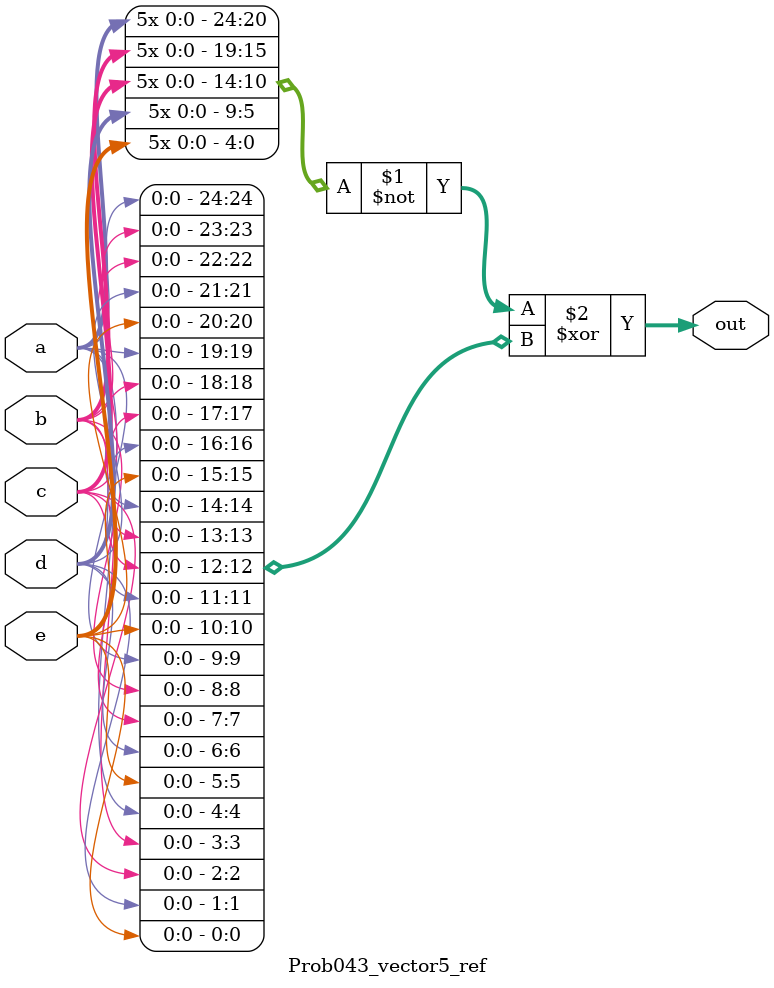
<source format=sv>

module Prob043_vector5_ref (
  input a,
  input b,
  input c,
  input d,
  input e,
  output [24:0] out
);

  assign out = ~{ {5{a}}, {5{b}}, {5{c}}, {5{d}}, {5{e}} } ^ {5{a,b,c,d,e}};

endmodule


</source>
